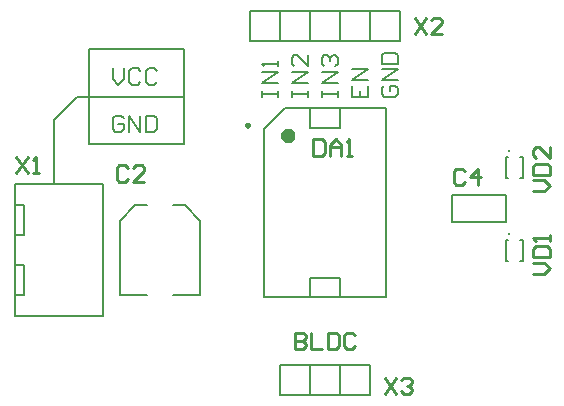
<source format=gto>
%FSTAX24Y24*%
%MOIN*%
%SFA1B1*%

%IPPOS*%
%ADD20C,0.009800*%
%ADD21C,0.023600*%
%ADD22C,0.003900*%
%ADD23C,0.007900*%
%ADD24C,0.010000*%
%LNbldc_driver-1*%
%LPD*%
G54D20*
X008484Y010468D02*
D01*
X008483Y010471*
X008483Y010474*
X008482Y010478*
X008482Y010481*
X008481Y010484*
X008479Y010487*
X008478Y010491*
X008476Y010493*
X008474Y010496*
X008472Y010499*
X00847Y010502*
X008467Y010504*
X008465Y010506*
X008462Y010508*
X008459Y01051*
X008456Y010512*
X008453Y010513*
X00845Y010514*
X008446Y010515*
X008443Y010516*
X00844Y010516*
X008436Y010516*
X008433*
X008429Y010516*
X008426Y010516*
X008423Y010515*
X008419Y010514*
X008416Y010513*
X008413Y010512*
X00841Y01051*
X008407Y010508*
X008404Y010506*
X008402Y010504*
X008399Y010502*
X008397Y010499*
X008395Y010496*
X008393Y010493*
X008391Y010491*
X00839Y010487*
X008388Y010484*
X008387Y010481*
X008387Y010478*
X008386Y010474*
X008386Y010471*
X008386Y010468*
X008386Y010464*
X008386Y010461*
X008387Y010457*
X008387Y010454*
X008388Y010451*
X00839Y010448*
X008391Y010444*
X008393Y010442*
X008395Y010439*
X008397Y010436*
X008399Y010433*
X008402Y010431*
X008404Y010429*
X008407Y010427*
X00841Y010425*
X008413Y010423*
X008416Y010422*
X008419Y010421*
X008423Y01042*
X008426Y010419*
X008429Y010419*
X008433Y010419*
X008436*
X00844Y010419*
X008443Y010419*
X008446Y01042*
X00845Y010421*
X008453Y010422*
X008456Y010423*
X008459Y010425*
X008462Y010427*
X008465Y010429*
X008467Y010431*
X00847Y010433*
X008472Y010436*
X008474Y010439*
X008476Y010442*
X008478Y010444*
X008479Y010448*
X008481Y010451*
X008482Y010454*
X008482Y010457*
X008483Y010461*
X008483Y010464*
X008484Y010468*
G54D21*
X009892Y010124D02*
D01*
X009891Y010132*
X00989Y01014*
X009889Y010148*
X009887Y010156*
X009884Y010164*
X009881Y010171*
X009878Y010179*
X009874Y010186*
X009869Y010193*
X009864Y010199*
X009858Y010205*
X009852Y010211*
X009846Y010216*
X009839Y010221*
X009833Y010226*
X009825Y01023*
X009818Y010233*
X00981Y010236*
X009802Y010238*
X009794Y01024*
X009786Y010241*
X009778Y010241*
X009769*
X009761Y010241*
X009753Y01024*
X009745Y010238*
X009737Y010236*
X009729Y010233*
X009722Y01023*
X009715Y010226*
X009708Y010221*
X009701Y010216*
X009695Y010211*
X009689Y010205*
X009683Y010199*
X009678Y010193*
X009673Y010186*
X009669Y010179*
X009666Y010171*
X009663Y010164*
X00966Y010156*
X009658Y010148*
X009657Y01014*
X009656Y010132*
X009656Y010124*
X009656Y010115*
X009657Y010107*
X009658Y010099*
X00966Y010091*
X009663Y010083*
X009666Y010076*
X009669Y010068*
X009673Y010061*
X009678Y010054*
X009683Y010048*
X009689Y010042*
X009695Y010036*
X009701Y010031*
X009708Y010026*
X009715Y010021*
X009722Y010017*
X009729Y010014*
X009737Y010011*
X009745Y010009*
X009753Y010007*
X009761Y010006*
X009769Y010006*
X009778*
X009786Y010006*
X009794Y010007*
X009802Y010009*
X00981Y010011*
X009818Y010014*
X009825Y010017*
X009833Y010021*
X009839Y010026*
X009846Y010031*
X009852Y010036*
X009858Y010042*
X009864Y010048*
X009869Y010054*
X009874Y010061*
X009878Y010068*
X009881Y010076*
X009884Y010083*
X009887Y010091*
X009889Y010099*
X00989Y010107*
X009891Y010115*
X009892Y010124*
G54D22*
X017146Y00687D02*
D01*
X017145Y006871*
X017145Y006872*
X017145Y006874*
X017145Y006875*
X017144Y006876*
X017144Y006878*
X017143Y006879*
X017142Y00688*
X017142Y006881*
X017141Y006882*
X01714Y006883*
X017139Y006884*
X017138Y006885*
X017137Y006886*
X017136Y006887*
X017134Y006887*
X017133Y006888*
X017132Y006889*
X01713Y006889*
X017129Y006889*
X017128Y006889*
X017126Y006889*
X017125*
X017123Y006889*
X017122Y006889*
X017121Y006889*
X017119Y006889*
X017118Y006888*
X017117Y006887*
X017116Y006887*
X017114Y006886*
X017113Y006885*
X017112Y006884*
X017111Y006883*
X01711Y006882*
X017109Y006881*
X017109Y00688*
X017108Y006879*
X017107Y006878*
X017107Y006876*
X017106Y006875*
X017106Y006874*
X017106Y006872*
X017106Y006871*
X017106Y00687*
X017106Y006868*
X017106Y006867*
X017106Y006865*
X017106Y006864*
X017107Y006863*
X017107Y006861*
X017108Y00686*
X017109Y006859*
X017109Y006858*
X01711Y006857*
X017111Y006856*
X017112Y006855*
X017113Y006854*
X017114Y006853*
X017116Y006852*
X017117Y006852*
X017118Y006851*
X017119Y00685*
X017121Y00685*
X017122Y00685*
X017123Y00685*
X017125Y00685*
X017126*
X017128Y00685*
X017129Y00685*
X01713Y00685*
X017132Y00685*
X017133Y006851*
X017134Y006852*
X017136Y006852*
X017137Y006853*
X017138Y006854*
X017139Y006855*
X01714Y006856*
X017141Y006857*
X017142Y006858*
X017142Y006859*
X017143Y00686*
X017144Y006861*
X017144Y006863*
X017145Y006864*
X017145Y006865*
X017145Y006867*
X017145Y006868*
X017146Y00687*
Y009626D02*
D01*
X017145Y009627*
X017145Y009628*
X017145Y00963*
X017145Y009631*
X017144Y009632*
X017144Y009634*
X017143Y009635*
X017142Y009636*
X017142Y009637*
X017141Y009638*
X01714Y009639*
X017139Y00964*
X017138Y009641*
X017137Y009642*
X017136Y009643*
X017134Y009643*
X017133Y009644*
X017132Y009645*
X01713Y009645*
X017129Y009645*
X017128Y009645*
X017126Y009645*
X017125*
X017123Y009645*
X017122Y009645*
X017121Y009645*
X017119Y009645*
X017118Y009644*
X017117Y009643*
X017116Y009643*
X017114Y009642*
X017113Y009641*
X017112Y00964*
X017111Y009639*
X01711Y009638*
X017109Y009637*
X017109Y009636*
X017108Y009635*
X017107Y009634*
X017107Y009632*
X017106Y009631*
X017106Y00963*
X017106Y009628*
X017106Y009627*
X017106Y009626*
X017106Y009624*
X017106Y009623*
X017106Y009621*
X017106Y00962*
X017107Y009619*
X017107Y009617*
X017108Y009616*
X017109Y009615*
X017109Y009614*
X01711Y009613*
X017111Y009612*
X017112Y009611*
X017113Y00961*
X017114Y009609*
X017116Y009608*
X017117Y009608*
X017118Y009607*
X017119Y009606*
X017121Y009606*
X017122Y009606*
X017123Y009606*
X017125Y009606*
X017126*
X017128Y009606*
X017129Y009606*
X01713Y009606*
X017132Y009606*
X017133Y009607*
X017134Y009608*
X017136Y009608*
X017137Y009609*
X017138Y00961*
X017139Y009611*
X01714Y009612*
X017141Y009613*
X017142Y009614*
X017142Y009615*
X017143Y009616*
X017144Y009617*
X017144Y009619*
X017145Y00962*
X017145Y009621*
X017145Y009623*
X017145Y009624*
X017146Y009626*
G54D23*
X001969Y008499D02*
Y01063D01*
X002756Y011417*
X00315*
X006299*
X00315Y009843D02*
Y01063D01*
Y009843D02*
X006299D01*
Y012992*
X00315D02*
X006299D01*
X00315Y01063D02*
Y012992D01*
X005955Y007795D02*
X006344D01*
X00685Y007288*
X004173D02*
X00468Y007795D01*
X005069*
X00685Y004803D02*
Y007288D01*
X005955Y004803D02*
X00685D01*
X004173D02*
X005069D01*
X004173D02*
Y007288D01*
X015242Y007227D02*
Y008127D01*
X017042Y007227D02*
Y008127D01*
X015242Y007227D02*
X017042D01*
X015242Y008127D02*
X017042D01*
X008996Y010346D02*
X009673Y011024D01*
X008996Y004724D02*
Y010346D01*
Y004724D02*
X013051D01*
Y011024*
X010524Y010374D02*
X011524D01*
X010524D02*
Y011024D01*
X009673D02*
X013051D01*
X011524Y010374D02*
Y011024D01*
Y004724D02*
Y005374D01*
X010524D02*
X011524D01*
X010524Y004724D02*
Y005374D01*
X017047Y005945D02*
Y006654D01*
X017598Y005945D02*
Y006654D01*
X017047Y005945D02*
X017126D01*
X017047Y006654D02*
X017126D01*
X01752Y005945D02*
X017598D01*
X01752Y006654D02*
X017598D01*
X017047Y008701D02*
Y009409D01*
X017598Y008701D02*
Y009409D01*
X017047Y008701D02*
X017126D01*
X017047Y009409D02*
X017126D01*
X01752Y008701D02*
X017598D01*
X01752Y009409D02*
X017598D01*
X000668Y004799D02*
X000969D01*
Y005799*
X000668D02*
X000969D01*
X000668Y006799D02*
X000969D01*
Y007799*
X000668D02*
X000969D01*
X000668Y004099D02*
Y008499D01*
Y004099D02*
X003618D01*
Y008499*
X000668D02*
X003618D01*
X008524Y01328D02*
Y01428D01*
X013524*
Y01328D02*
Y01428D01*
X008524Y01328D02*
X013524D01*
X012524D02*
Y01428D01*
X011524Y01328D02*
Y01428D01*
X010524Y01328D02*
Y01428D01*
X009524Y01328D02*
Y01428D01*
X010524Y001469D02*
Y002468D01*
X009524D02*
X012524D01*
Y001469D02*
Y002468D01*
X009524Y001469D02*
X012524D01*
X009524D02*
Y002468D01*
X011524Y001469D02*
Y002468D01*
X004304Y010695D02*
X004213Y010787D01*
X004029*
X003937Y010695*
Y010328*
X004029Y010236*
X004213*
X004304Y010328*
Y010512*
X004121*
X004488Y010236D02*
Y010787D01*
X004855Y010236*
Y010787*
X005039D02*
Y010236D01*
X005315*
X005406Y010328*
Y010695*
X005315Y010787*
X005039*
X003937Y012362D02*
Y011995D01*
X004121Y011811*
X004304Y011995*
Y012362*
X004855Y01227D02*
X004764Y012362D01*
X00458*
X004488Y01227*
Y011903*
X00458Y011811*
X004764*
X004855Y011903*
X005406Y01227D02*
X005315Y012362D01*
X005131*
X005039Y01227*
Y011903*
X005131Y011811*
X005315*
X005406Y011903*
X01299Y011785D02*
X012898Y011693D01*
Y011509*
X01299Y011417*
X013357*
X013449Y011509*
Y011693*
X013357Y011785*
X013173*
Y011601*
X013449Y011968D02*
X012898D01*
X013449Y012336*
X012898*
Y012519D02*
X013449D01*
Y012795*
X013357Y012887*
X01299*
X012898Y012795*
Y012519*
X011898Y011785D02*
Y011417D01*
X012449*
Y011785*
X012173Y011417D02*
Y011601D01*
X012449Y011968D02*
X011898D01*
X012449Y012336*
X011898*
X010898Y011417D02*
Y011601D01*
Y011509*
X011449*
Y011417*
Y011601*
Y011876D02*
X010898D01*
X011449Y012244*
X010898*
X01099Y012427D02*
X010898Y012519D01*
Y012703*
X01099Y012795*
X011081*
X011173Y012703*
Y012611*
Y012703*
X011265Y012795*
X011357*
X011449Y012703*
Y012519*
X011357Y012427*
X009898Y011417D02*
Y011601D01*
Y011509*
X010449*
Y011417*
Y011601*
Y011876D02*
X009898D01*
X010449Y012244*
X009898*
X010449Y012795D02*
Y012427D01*
X010081Y012795*
X00999*
X009898Y012703*
Y012519*
X00999Y012427*
X008898Y011417D02*
Y011601D01*
Y011509*
X009449*
Y011417*
Y011601*
Y011876D02*
X008898D01*
X009449Y012244*
X008898*
X009449Y012427D02*
Y012611D01*
Y012519*
X008898*
X00899Y012427*
G54D24*
X013Y002051D02*
X013367Y0015D01*
Y002051D02*
X013Y0015D01*
X013551Y001959D02*
X013643Y002051D01*
X013827*
X013918Y001959*
Y001867*
X013827Y001776*
X013735*
X013827*
X013918Y001684*
Y001592*
X013827Y0015*
X013643*
X013551Y001592*
X014Y014051D02*
X014367Y0135D01*
Y014051D02*
X014Y0135D01*
X014918D02*
X014551D01*
X014918Y013867*
Y013959*
X014827Y014051*
X014643*
X014551Y013959*
X00073Y009413D02*
X001097Y008862D01*
Y009413D02*
X00073Y008862D01*
X001281D02*
X001465D01*
X001373*
Y009413*
X001281Y009321*
X017953Y008268D02*
X01832D01*
X018504Y008451*
X01832Y008635*
X017953*
Y008819D02*
X018504D01*
Y009094*
X018412Y009186*
X018045*
X017953Y009094*
Y008819*
X018504Y009737D02*
Y00937D01*
X018137Y009737*
X018045*
X017953Y009645*
Y009462*
X018045Y00937*
X017953Y005512D02*
X01832D01*
X018504Y005695*
X01832Y005879*
X017953*
Y006063D02*
X018504D01*
Y006338*
X018412Y00643*
X018045*
X017953Y006338*
Y006063*
X018504Y006614D02*
Y006797D01*
Y006706*
X017953*
X018045Y006614*
X01063Y01D02*
Y009449D01*
X010905*
X010997Y009541*
Y009908*
X010905Y01*
X01063*
X011181Y009449D02*
Y009816D01*
X011365Y01*
X011548Y009816*
Y009449*
Y009724*
X011181*
X011732Y009449D02*
X011916D01*
X011824*
Y01*
X011732Y009908*
X015667Y008931D02*
X015575Y009022D01*
X015392*
X0153Y008931*
Y008563*
X015392Y008472*
X015575*
X015667Y008563*
X016127Y008472D02*
Y009022D01*
X015851Y008747*
X016218*
X004437Y009041D02*
X004345Y009133D01*
X004162*
X00407Y009041*
Y008673*
X004162Y008582*
X004345*
X004437Y008673*
X004988Y008582D02*
X004621D01*
X004988Y008949*
Y009041*
X004897Y009133*
X004713*
X004621Y009041*
X01Y003551D02*
Y003D01*
X010275*
X010367Y003092*
Y003184*
X010275Y003275*
X01*
X010275*
X010367Y003367*
Y003459*
X010275Y003551*
X01*
X010551D02*
Y003D01*
X010918*
X011102Y003551D02*
Y003D01*
X011378*
X011469Y003092*
Y003459*
X011378Y003551*
X011102*
X01202Y003459D02*
X011929Y003551D01*
X011745*
X011653Y003459*
Y003092*
X011745Y003*
X011929*
X01202Y003092*
M02*
</source>
